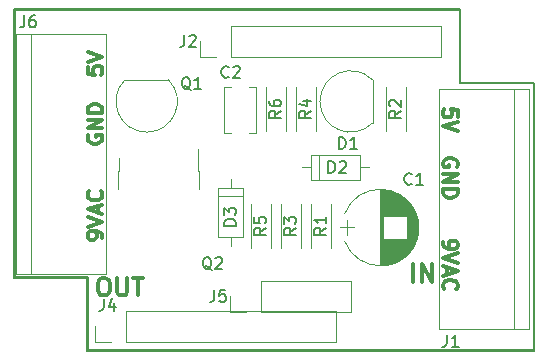
<source format=gto>
G04 #@! TF.FileFunction,Legend,Top*
%FSLAX46Y46*%
G04 Gerber Fmt 4.6, Leading zero omitted, Abs format (unit mm)*
G04 Created by KiCad (PCBNEW 4.0.7) date 08/08/18 22:55:19*
%MOMM*%
%LPD*%
G01*
G04 APERTURE LIST*
%ADD10C,0.100000*%
%ADD11C,0.150000*%
%ADD12C,0.300000*%
%ADD13C,0.120000*%
G04 APERTURE END LIST*
D10*
D11*
X140462000Y-106299000D02*
X140462000Y-83693000D01*
X146685000Y-106299000D02*
X140462000Y-106299000D01*
X146685000Y-112522000D02*
X146685000Y-106299000D01*
X184404000Y-112522000D02*
X146685000Y-112522000D01*
X184404000Y-89916000D02*
X184404000Y-112522000D01*
X178181000Y-89916000D02*
X184404000Y-89916000D01*
X178181000Y-83693000D02*
X178181000Y-89916000D01*
X140462000Y-83693000D02*
X178181000Y-83693000D01*
D12*
X147885476Y-103026524D02*
X147885476Y-102788429D01*
X147825952Y-102669381D01*
X147766429Y-102609857D01*
X147587857Y-102490810D01*
X147349762Y-102431286D01*
X146873571Y-102431286D01*
X146754524Y-102490810D01*
X146695000Y-102550334D01*
X146635476Y-102669381D01*
X146635476Y-102907477D01*
X146695000Y-103026524D01*
X146754524Y-103086048D01*
X146873571Y-103145572D01*
X147171190Y-103145572D01*
X147290238Y-103086048D01*
X147349762Y-103026524D01*
X147409286Y-102907477D01*
X147409286Y-102669381D01*
X147349762Y-102550334D01*
X147290238Y-102490810D01*
X147171190Y-102431286D01*
X146635476Y-102074143D02*
X147885476Y-101657477D01*
X146635476Y-101240810D01*
X147528333Y-100883667D02*
X147528333Y-100288429D01*
X147885476Y-101002714D02*
X146635476Y-100586048D01*
X147885476Y-100169381D01*
X147766429Y-99038428D02*
X147825952Y-99097952D01*
X147885476Y-99276523D01*
X147885476Y-99395571D01*
X147825952Y-99574143D01*
X147706905Y-99693190D01*
X147587857Y-99752714D01*
X147349762Y-99812238D01*
X147171190Y-99812238D01*
X146933095Y-99752714D01*
X146814048Y-99693190D01*
X146695000Y-99574143D01*
X146635476Y-99395571D01*
X146635476Y-99276523D01*
X146695000Y-99097952D01*
X146754524Y-99038428D01*
X146695000Y-94297381D02*
X146635476Y-94416429D01*
X146635476Y-94595000D01*
X146695000Y-94773572D01*
X146814048Y-94892619D01*
X146933095Y-94952143D01*
X147171190Y-95011667D01*
X147349762Y-95011667D01*
X147587857Y-94952143D01*
X147706905Y-94892619D01*
X147825952Y-94773572D01*
X147885476Y-94595000D01*
X147885476Y-94475952D01*
X147825952Y-94297381D01*
X147766429Y-94237857D01*
X147349762Y-94237857D01*
X147349762Y-94475952D01*
X147885476Y-93702143D02*
X146635476Y-93702143D01*
X147885476Y-92987857D01*
X146635476Y-92987857D01*
X147885476Y-92392619D02*
X146635476Y-92392619D01*
X146635476Y-92095000D01*
X146695000Y-91916428D01*
X146814048Y-91797381D01*
X146933095Y-91737857D01*
X147171190Y-91678333D01*
X147349762Y-91678333D01*
X147587857Y-91737857D01*
X147706905Y-91797381D01*
X147825952Y-91916428D01*
X147885476Y-92095000D01*
X147885476Y-92392619D01*
X146635476Y-88503095D02*
X146635476Y-89098333D01*
X147230714Y-89157857D01*
X147171190Y-89098333D01*
X147111667Y-88979285D01*
X147111667Y-88681666D01*
X147171190Y-88562619D01*
X147230714Y-88503095D01*
X147349762Y-88443571D01*
X147647381Y-88443571D01*
X147766429Y-88503095D01*
X147825952Y-88562619D01*
X147885476Y-88681666D01*
X147885476Y-88979285D01*
X147825952Y-89098333D01*
X147766429Y-89157857D01*
X146635476Y-88086428D02*
X147885476Y-87669762D01*
X146635476Y-87253095D01*
X147852000Y-106366571D02*
X148137714Y-106366571D01*
X148280572Y-106438000D01*
X148423429Y-106580857D01*
X148494857Y-106866571D01*
X148494857Y-107366571D01*
X148423429Y-107652286D01*
X148280572Y-107795143D01*
X148137714Y-107866571D01*
X147852000Y-107866571D01*
X147709143Y-107795143D01*
X147566286Y-107652286D01*
X147494857Y-107366571D01*
X147494857Y-106866571D01*
X147566286Y-106580857D01*
X147709143Y-106438000D01*
X147852000Y-106366571D01*
X149137715Y-106366571D02*
X149137715Y-107580857D01*
X149209143Y-107723714D01*
X149280572Y-107795143D01*
X149423429Y-107866571D01*
X149709143Y-107866571D01*
X149852001Y-107795143D01*
X149923429Y-107723714D01*
X149994858Y-107580857D01*
X149994858Y-106366571D01*
X150494858Y-106366571D02*
X151352001Y-106366571D01*
X150923430Y-107866571D02*
X150923430Y-106366571D01*
X174220286Y-106723571D02*
X174220286Y-105223571D01*
X174934572Y-106723571D02*
X174934572Y-105223571D01*
X175791715Y-106723571D01*
X175791715Y-105223571D01*
X176726524Y-103348476D02*
X176726524Y-103586571D01*
X176786048Y-103705619D01*
X176845571Y-103765143D01*
X177024143Y-103884190D01*
X177262238Y-103943714D01*
X177738429Y-103943714D01*
X177857476Y-103884190D01*
X177917000Y-103824666D01*
X177976524Y-103705619D01*
X177976524Y-103467523D01*
X177917000Y-103348476D01*
X177857476Y-103288952D01*
X177738429Y-103229428D01*
X177440810Y-103229428D01*
X177321762Y-103288952D01*
X177262238Y-103348476D01*
X177202714Y-103467523D01*
X177202714Y-103705619D01*
X177262238Y-103824666D01*
X177321762Y-103884190D01*
X177440810Y-103943714D01*
X177976524Y-104300857D02*
X176726524Y-104717523D01*
X177976524Y-105134190D01*
X177083667Y-105491333D02*
X177083667Y-106086571D01*
X176726524Y-105372286D02*
X177976524Y-105788952D01*
X176726524Y-106205619D01*
X176845571Y-107336572D02*
X176786048Y-107277048D01*
X176726524Y-107098477D01*
X176726524Y-106979429D01*
X176786048Y-106800857D01*
X176905095Y-106681810D01*
X177024143Y-106622286D01*
X177262238Y-106562762D01*
X177440810Y-106562762D01*
X177678905Y-106622286D01*
X177797952Y-106681810D01*
X177917000Y-106800857D01*
X177976524Y-106979429D01*
X177976524Y-107098477D01*
X177917000Y-107277048D01*
X177857476Y-107336572D01*
X177917000Y-96964619D02*
X177976524Y-96845571D01*
X177976524Y-96667000D01*
X177917000Y-96488428D01*
X177797952Y-96369381D01*
X177678905Y-96309857D01*
X177440810Y-96250333D01*
X177262238Y-96250333D01*
X177024143Y-96309857D01*
X176905095Y-96369381D01*
X176786048Y-96488428D01*
X176726524Y-96667000D01*
X176726524Y-96786048D01*
X176786048Y-96964619D01*
X176845571Y-97024143D01*
X177262238Y-97024143D01*
X177262238Y-96786048D01*
X176726524Y-97559857D02*
X177976524Y-97559857D01*
X176726524Y-98274143D01*
X177976524Y-98274143D01*
X176726524Y-98869381D02*
X177976524Y-98869381D01*
X177976524Y-99167000D01*
X177917000Y-99345572D01*
X177797952Y-99464619D01*
X177678905Y-99524143D01*
X177440810Y-99583667D01*
X177262238Y-99583667D01*
X177024143Y-99524143D01*
X176905095Y-99464619D01*
X176786048Y-99345572D01*
X176726524Y-99167000D01*
X176726524Y-98869381D01*
X177976524Y-92725905D02*
X177976524Y-92130667D01*
X177381286Y-92071143D01*
X177440810Y-92130667D01*
X177500333Y-92249715D01*
X177500333Y-92547334D01*
X177440810Y-92666381D01*
X177381286Y-92725905D01*
X177262238Y-92785429D01*
X176964619Y-92785429D01*
X176845571Y-92725905D01*
X176786048Y-92666381D01*
X176726524Y-92547334D01*
X176726524Y-92249715D01*
X176786048Y-92130667D01*
X176845571Y-92071143D01*
X177976524Y-93142572D02*
X176726524Y-93559238D01*
X177976524Y-93975905D01*
D13*
X174447820Y-100928864D02*
G75*
G03X168412518Y-100928000I-3017820J-1179136D01*
G01*
X174447820Y-103287136D02*
G75*
G02X168412518Y-103288000I-3017820J1179136D01*
G01*
X174447820Y-103287136D02*
G75*
G03X174447482Y-100928000I-3017820J1179136D01*
G01*
X171430000Y-98908000D02*
X171430000Y-105308000D01*
X171470000Y-98908000D02*
X171470000Y-105308000D01*
X171510000Y-98908000D02*
X171510000Y-105308000D01*
X171550000Y-98910000D02*
X171550000Y-105306000D01*
X171590000Y-98911000D02*
X171590000Y-105305000D01*
X171630000Y-98914000D02*
X171630000Y-105302000D01*
X171670000Y-98916000D02*
X171670000Y-105300000D01*
X171710000Y-98920000D02*
X171710000Y-101128000D01*
X171710000Y-103088000D02*
X171710000Y-105296000D01*
X171750000Y-98923000D02*
X171750000Y-101128000D01*
X171750000Y-103088000D02*
X171750000Y-105293000D01*
X171790000Y-98928000D02*
X171790000Y-101128000D01*
X171790000Y-103088000D02*
X171790000Y-105288000D01*
X171830000Y-98932000D02*
X171830000Y-101128000D01*
X171830000Y-103088000D02*
X171830000Y-105284000D01*
X171870000Y-98938000D02*
X171870000Y-101128000D01*
X171870000Y-103088000D02*
X171870000Y-105278000D01*
X171910000Y-98943000D02*
X171910000Y-101128000D01*
X171910000Y-103088000D02*
X171910000Y-105273000D01*
X171950000Y-98950000D02*
X171950000Y-101128000D01*
X171950000Y-103088000D02*
X171950000Y-105266000D01*
X171990000Y-98956000D02*
X171990000Y-101128000D01*
X171990000Y-103088000D02*
X171990000Y-105260000D01*
X172030000Y-98964000D02*
X172030000Y-101128000D01*
X172030000Y-103088000D02*
X172030000Y-105252000D01*
X172070000Y-98971000D02*
X172070000Y-101128000D01*
X172070000Y-103088000D02*
X172070000Y-105245000D01*
X172110000Y-98980000D02*
X172110000Y-101128000D01*
X172110000Y-103088000D02*
X172110000Y-105236000D01*
X172151000Y-98989000D02*
X172151000Y-101128000D01*
X172151000Y-103088000D02*
X172151000Y-105227000D01*
X172191000Y-98998000D02*
X172191000Y-101128000D01*
X172191000Y-103088000D02*
X172191000Y-105218000D01*
X172231000Y-99008000D02*
X172231000Y-101128000D01*
X172231000Y-103088000D02*
X172231000Y-105208000D01*
X172271000Y-99018000D02*
X172271000Y-101128000D01*
X172271000Y-103088000D02*
X172271000Y-105198000D01*
X172311000Y-99029000D02*
X172311000Y-101128000D01*
X172311000Y-103088000D02*
X172311000Y-105187000D01*
X172351000Y-99041000D02*
X172351000Y-101128000D01*
X172351000Y-103088000D02*
X172351000Y-105175000D01*
X172391000Y-99053000D02*
X172391000Y-101128000D01*
X172391000Y-103088000D02*
X172391000Y-105163000D01*
X172431000Y-99066000D02*
X172431000Y-101128000D01*
X172431000Y-103088000D02*
X172431000Y-105150000D01*
X172471000Y-99079000D02*
X172471000Y-101128000D01*
X172471000Y-103088000D02*
X172471000Y-105137000D01*
X172511000Y-99093000D02*
X172511000Y-101128000D01*
X172511000Y-103088000D02*
X172511000Y-105123000D01*
X172551000Y-99107000D02*
X172551000Y-101128000D01*
X172551000Y-103088000D02*
X172551000Y-105109000D01*
X172591000Y-99122000D02*
X172591000Y-101128000D01*
X172591000Y-103088000D02*
X172591000Y-105094000D01*
X172631000Y-99138000D02*
X172631000Y-101128000D01*
X172631000Y-103088000D02*
X172631000Y-105078000D01*
X172671000Y-99154000D02*
X172671000Y-101128000D01*
X172671000Y-103088000D02*
X172671000Y-105062000D01*
X172711000Y-99171000D02*
X172711000Y-101128000D01*
X172711000Y-103088000D02*
X172711000Y-105045000D01*
X172751000Y-99189000D02*
X172751000Y-101128000D01*
X172751000Y-103088000D02*
X172751000Y-105027000D01*
X172791000Y-99207000D02*
X172791000Y-101128000D01*
X172791000Y-103088000D02*
X172791000Y-105009000D01*
X172831000Y-99226000D02*
X172831000Y-101128000D01*
X172831000Y-103088000D02*
X172831000Y-104990000D01*
X172871000Y-99245000D02*
X172871000Y-101128000D01*
X172871000Y-103088000D02*
X172871000Y-104971000D01*
X172911000Y-99265000D02*
X172911000Y-101128000D01*
X172911000Y-103088000D02*
X172911000Y-104951000D01*
X172951000Y-99286000D02*
X172951000Y-101128000D01*
X172951000Y-103088000D02*
X172951000Y-104930000D01*
X172991000Y-99308000D02*
X172991000Y-101128000D01*
X172991000Y-103088000D02*
X172991000Y-104908000D01*
X173031000Y-99330000D02*
X173031000Y-101128000D01*
X173031000Y-103088000D02*
X173031000Y-104886000D01*
X173071000Y-99353000D02*
X173071000Y-101128000D01*
X173071000Y-103088000D02*
X173071000Y-104863000D01*
X173111000Y-99377000D02*
X173111000Y-101128000D01*
X173111000Y-103088000D02*
X173111000Y-104839000D01*
X173151000Y-99402000D02*
X173151000Y-101128000D01*
X173151000Y-103088000D02*
X173151000Y-104814000D01*
X173191000Y-99427000D02*
X173191000Y-101128000D01*
X173191000Y-103088000D02*
X173191000Y-104789000D01*
X173231000Y-99454000D02*
X173231000Y-101128000D01*
X173231000Y-103088000D02*
X173231000Y-104762000D01*
X173271000Y-99481000D02*
X173271000Y-101128000D01*
X173271000Y-103088000D02*
X173271000Y-104735000D01*
X173311000Y-99509000D02*
X173311000Y-101128000D01*
X173311000Y-103088000D02*
X173311000Y-104707000D01*
X173351000Y-99538000D02*
X173351000Y-101128000D01*
X173351000Y-103088000D02*
X173351000Y-104678000D01*
X173391000Y-99568000D02*
X173391000Y-101128000D01*
X173391000Y-103088000D02*
X173391000Y-104648000D01*
X173431000Y-99598000D02*
X173431000Y-101128000D01*
X173431000Y-103088000D02*
X173431000Y-104618000D01*
X173471000Y-99630000D02*
X173471000Y-101128000D01*
X173471000Y-103088000D02*
X173471000Y-104586000D01*
X173511000Y-99663000D02*
X173511000Y-101128000D01*
X173511000Y-103088000D02*
X173511000Y-104553000D01*
X173551000Y-99697000D02*
X173551000Y-101128000D01*
X173551000Y-103088000D02*
X173551000Y-104519000D01*
X173591000Y-99733000D02*
X173591000Y-101128000D01*
X173591000Y-103088000D02*
X173591000Y-104483000D01*
X173631000Y-99769000D02*
X173631000Y-101128000D01*
X173631000Y-103088000D02*
X173631000Y-104447000D01*
X173671000Y-99807000D02*
X173671000Y-104409000D01*
X173711000Y-99846000D02*
X173711000Y-104370000D01*
X173751000Y-99886000D02*
X173751000Y-104330000D01*
X173791000Y-99928000D02*
X173791000Y-104288000D01*
X173831000Y-99971000D02*
X173831000Y-104245000D01*
X173871000Y-100016000D02*
X173871000Y-104200000D01*
X173911000Y-100063000D02*
X173911000Y-104153000D01*
X173951000Y-100111000D02*
X173951000Y-104105000D01*
X173991000Y-100162000D02*
X173991000Y-104054000D01*
X174031000Y-100214000D02*
X174031000Y-104002000D01*
X174071000Y-100269000D02*
X174071000Y-103947000D01*
X174111000Y-100327000D02*
X174111000Y-103889000D01*
X174151000Y-100387000D02*
X174151000Y-103829000D01*
X174191000Y-100450000D02*
X174191000Y-103766000D01*
X174231000Y-100517000D02*
X174231000Y-103699000D01*
X174271000Y-100588000D02*
X174271000Y-103628000D01*
X174311000Y-100663000D02*
X174311000Y-103553000D01*
X174351000Y-100744000D02*
X174351000Y-103472000D01*
X174391000Y-100830000D02*
X174391000Y-103386000D01*
X174431000Y-100924000D02*
X174431000Y-103292000D01*
X174471000Y-101027000D02*
X174471000Y-103189000D01*
X174511000Y-101142000D02*
X174511000Y-103074000D01*
X174551000Y-101274000D02*
X174551000Y-102942000D01*
X174591000Y-101432000D02*
X174591000Y-102784000D01*
X174631000Y-101640000D02*
X174631000Y-102576000D01*
X167980000Y-102108000D02*
X169180000Y-102108000D01*
X168580000Y-101458000D02*
X168580000Y-102758000D01*
X153438000Y-89590000D02*
X149838000Y-89590000D01*
X153476478Y-89601522D02*
G75*
G02X151638000Y-94040000I-1838478J-1838478D01*
G01*
X149799522Y-89601522D02*
G75*
G03X151638000Y-94040000I1838478J-1838478D01*
G01*
X148209000Y-85725000D02*
X140589000Y-85725000D01*
X140589000Y-106045000D02*
X148209000Y-106045000D01*
X141859000Y-106045000D02*
X141859000Y-85725000D01*
X148209000Y-85725000D02*
X148209000Y-106045000D01*
X140589000Y-85725000D02*
X140589000Y-106045000D01*
X160872000Y-90222000D02*
X160872000Y-94142000D01*
X158152000Y-90222000D02*
X158152000Y-94142000D01*
X160872000Y-90222000D02*
X160262000Y-90222000D01*
X158762000Y-90222000D02*
X158152000Y-90222000D01*
X160872000Y-94142000D02*
X160262000Y-94142000D01*
X158762000Y-94142000D02*
X158152000Y-94142000D01*
X165580000Y-95968000D02*
X165580000Y-98088000D01*
X165580000Y-98088000D02*
X169700000Y-98088000D01*
X169700000Y-98088000D02*
X169700000Y-95968000D01*
X169700000Y-95968000D02*
X165580000Y-95968000D01*
X164810000Y-97028000D02*
X165580000Y-97028000D01*
X170470000Y-97028000D02*
X169700000Y-97028000D01*
X166240000Y-95968000D02*
X166240000Y-98088000D01*
X159810000Y-98778000D02*
X157690000Y-98778000D01*
X157690000Y-98778000D02*
X157690000Y-102898000D01*
X157690000Y-102898000D02*
X159810000Y-102898000D01*
X159810000Y-102898000D02*
X159810000Y-98778000D01*
X158750000Y-98008000D02*
X158750000Y-98778000D01*
X158750000Y-103668000D02*
X158750000Y-102898000D01*
X159810000Y-99438000D02*
X157690000Y-99438000D01*
X176403000Y-110744000D02*
X184023000Y-110744000D01*
X184023000Y-90424000D02*
X176403000Y-90424000D01*
X182753000Y-90424000D02*
X182753000Y-110744000D01*
X176403000Y-110744000D02*
X176403000Y-90424000D01*
X184023000Y-110744000D02*
X184023000Y-90424000D01*
X170760000Y-93240000D02*
X170760000Y-89640000D01*
X170748478Y-93278478D02*
G75*
G02X166310000Y-91440000I-1838478J1838478D01*
G01*
X170748478Y-89601522D02*
G75*
G03X166310000Y-91440000I-1838478J-1838478D01*
G01*
X156090000Y-98840000D02*
X156090000Y-97340000D01*
X156090000Y-97340000D02*
X155990000Y-97340000D01*
X155990000Y-97340000D02*
X155990000Y-95440000D01*
X149190000Y-98840000D02*
X149190000Y-97340000D01*
X149190000Y-97340000D02*
X149290000Y-97340000D01*
X149290000Y-97340000D02*
X149290000Y-96240000D01*
X176590000Y-87690000D02*
X176590000Y-85030000D01*
X158750000Y-87690000D02*
X176590000Y-87690000D01*
X158750000Y-85030000D02*
X176590000Y-85030000D01*
X158750000Y-87690000D02*
X158750000Y-85030000D01*
X157480000Y-87690000D02*
X156150000Y-87690000D01*
X156150000Y-87690000D02*
X156150000Y-86360000D01*
X167700000Y-111820000D02*
X167700000Y-109160000D01*
X149860000Y-111820000D02*
X167700000Y-111820000D01*
X149860000Y-109160000D02*
X167700000Y-109160000D01*
X149860000Y-111820000D02*
X149860000Y-109160000D01*
X148590000Y-111820000D02*
X147260000Y-111820000D01*
X147260000Y-111820000D02*
X147260000Y-110490000D01*
X168970000Y-109280000D02*
X168970000Y-106620000D01*
X161290000Y-109280000D02*
X168970000Y-109280000D01*
X161290000Y-106620000D02*
X168970000Y-106620000D01*
X161290000Y-109280000D02*
X161290000Y-106620000D01*
X160020000Y-109280000D02*
X158690000Y-109280000D01*
X158690000Y-109280000D02*
X158690000Y-107950000D01*
D11*
X178181000Y-89852500D02*
X184404000Y-89852500D01*
X178181000Y-83629500D02*
X178181000Y-89852500D01*
X146621500Y-106362500D02*
X146621500Y-112585500D01*
X140462000Y-106362500D02*
X146621500Y-106362500D01*
X140400000Y-83610000D02*
X140400000Y-106360000D01*
X140400000Y-83610000D02*
X178150000Y-83610000D01*
X146650000Y-112610000D02*
X184400000Y-112610000D01*
X184400000Y-89860000D02*
X184400000Y-112610000D01*
D13*
X165510000Y-103841000D02*
X165510000Y-100121000D01*
X167230000Y-103841000D02*
X167230000Y-100121000D01*
X171860000Y-93935000D02*
X171860000Y-90215000D01*
X173580000Y-93935000D02*
X173580000Y-90215000D01*
X162970000Y-103841000D02*
X162970000Y-100121000D01*
X164690000Y-103841000D02*
X164690000Y-100121000D01*
X164240000Y-93935000D02*
X164240000Y-90215000D01*
X165960000Y-93935000D02*
X165960000Y-90215000D01*
X160430000Y-103841000D02*
X160430000Y-100121000D01*
X162150000Y-103841000D02*
X162150000Y-100121000D01*
X161700000Y-93935000D02*
X161700000Y-90215000D01*
X163420000Y-93935000D02*
X163420000Y-90215000D01*
D11*
X174077334Y-98401143D02*
X174029715Y-98448762D01*
X173886858Y-98496381D01*
X173791620Y-98496381D01*
X173648762Y-98448762D01*
X173553524Y-98353524D01*
X173505905Y-98258286D01*
X173458286Y-98067810D01*
X173458286Y-97924952D01*
X173505905Y-97734476D01*
X173553524Y-97639238D01*
X173648762Y-97544000D01*
X173791620Y-97496381D01*
X173886858Y-97496381D01*
X174029715Y-97544000D01*
X174077334Y-97591619D01*
X175029715Y-98496381D02*
X174458286Y-98496381D01*
X174744000Y-98496381D02*
X174744000Y-97496381D01*
X174648762Y-97639238D01*
X174553524Y-97734476D01*
X174458286Y-97782095D01*
X155352762Y-90463619D02*
X155257524Y-90416000D01*
X155162286Y-90320762D01*
X155019429Y-90177905D01*
X154924190Y-90130286D01*
X154828952Y-90130286D01*
X154876571Y-90368381D02*
X154781333Y-90320762D01*
X154686095Y-90225524D01*
X154638476Y-90035048D01*
X154638476Y-89701714D01*
X154686095Y-89511238D01*
X154781333Y-89416000D01*
X154876571Y-89368381D01*
X155067048Y-89368381D01*
X155162286Y-89416000D01*
X155257524Y-89511238D01*
X155305143Y-89701714D01*
X155305143Y-90035048D01*
X155257524Y-90225524D01*
X155162286Y-90320762D01*
X155067048Y-90368381D01*
X154876571Y-90368381D01*
X156257524Y-90368381D02*
X155686095Y-90368381D01*
X155971809Y-90368381D02*
X155971809Y-89368381D01*
X155876571Y-89511238D01*
X155781333Y-89606476D01*
X155686095Y-89654095D01*
X141271667Y-84161381D02*
X141271667Y-84875667D01*
X141224047Y-85018524D01*
X141128809Y-85113762D01*
X140985952Y-85161381D01*
X140890714Y-85161381D01*
X142176429Y-84161381D02*
X141985952Y-84161381D01*
X141890714Y-84209000D01*
X141843095Y-84256619D01*
X141747857Y-84399476D01*
X141700238Y-84589952D01*
X141700238Y-84970905D01*
X141747857Y-85066143D01*
X141795476Y-85113762D01*
X141890714Y-85161381D01*
X142081191Y-85161381D01*
X142176429Y-85113762D01*
X142224048Y-85066143D01*
X142271667Y-84970905D01*
X142271667Y-84732810D01*
X142224048Y-84637571D01*
X142176429Y-84589952D01*
X142081191Y-84542333D01*
X141890714Y-84542333D01*
X141795476Y-84589952D01*
X141747857Y-84637571D01*
X141700238Y-84732810D01*
X158583334Y-89344143D02*
X158535715Y-89391762D01*
X158392858Y-89439381D01*
X158297620Y-89439381D01*
X158154762Y-89391762D01*
X158059524Y-89296524D01*
X158011905Y-89201286D01*
X157964286Y-89010810D01*
X157964286Y-88867952D01*
X158011905Y-88677476D01*
X158059524Y-88582238D01*
X158154762Y-88487000D01*
X158297620Y-88439381D01*
X158392858Y-88439381D01*
X158535715Y-88487000D01*
X158583334Y-88534619D01*
X158964286Y-88534619D02*
X159011905Y-88487000D01*
X159107143Y-88439381D01*
X159345239Y-88439381D01*
X159440477Y-88487000D01*
X159488096Y-88534619D01*
X159535715Y-88629857D01*
X159535715Y-88725095D01*
X159488096Y-88867952D01*
X158916667Y-89439381D01*
X159535715Y-89439381D01*
X167028905Y-97480381D02*
X167028905Y-96480381D01*
X167267000Y-96480381D01*
X167409858Y-96528000D01*
X167505096Y-96623238D01*
X167552715Y-96718476D01*
X167600334Y-96908952D01*
X167600334Y-97051810D01*
X167552715Y-97242286D01*
X167505096Y-97337524D01*
X167409858Y-97432762D01*
X167267000Y-97480381D01*
X167028905Y-97480381D01*
X167981286Y-96575619D02*
X168028905Y-96528000D01*
X168124143Y-96480381D01*
X168362239Y-96480381D01*
X168457477Y-96528000D01*
X168505096Y-96575619D01*
X168552715Y-96670857D01*
X168552715Y-96766095D01*
X168505096Y-96908952D01*
X167933667Y-97480381D01*
X168552715Y-97480381D01*
X159202381Y-101957095D02*
X158202381Y-101957095D01*
X158202381Y-101719000D01*
X158250000Y-101576142D01*
X158345238Y-101480904D01*
X158440476Y-101433285D01*
X158630952Y-101385666D01*
X158773810Y-101385666D01*
X158964286Y-101433285D01*
X159059524Y-101480904D01*
X159154762Y-101576142D01*
X159202381Y-101719000D01*
X159202381Y-101957095D01*
X158202381Y-101052333D02*
X158202381Y-100433285D01*
X158583333Y-100766619D01*
X158583333Y-100623761D01*
X158630952Y-100528523D01*
X158678571Y-100480904D01*
X158773810Y-100433285D01*
X159011905Y-100433285D01*
X159107143Y-100480904D01*
X159154762Y-100528523D01*
X159202381Y-100623761D01*
X159202381Y-100909476D01*
X159154762Y-101004714D01*
X159107143Y-101052333D01*
X177057727Y-111212381D02*
X177057727Y-111926667D01*
X177010107Y-112069524D01*
X176914869Y-112164762D01*
X176772012Y-112212381D01*
X176676774Y-112212381D01*
X178057727Y-112212381D02*
X177486298Y-112212381D01*
X177772012Y-112212381D02*
X177772012Y-111212381D01*
X177676774Y-111355238D01*
X177581536Y-111450476D01*
X177486298Y-111498095D01*
X167917905Y-95448381D02*
X167917905Y-94448381D01*
X168156000Y-94448381D01*
X168298858Y-94496000D01*
X168394096Y-94591238D01*
X168441715Y-94686476D01*
X168489334Y-94876952D01*
X168489334Y-95019810D01*
X168441715Y-95210286D01*
X168394096Y-95305524D01*
X168298858Y-95400762D01*
X168156000Y-95448381D01*
X167917905Y-95448381D01*
X169441715Y-95448381D02*
X168870286Y-95448381D01*
X169156000Y-95448381D02*
X169156000Y-94448381D01*
X169060762Y-94591238D01*
X168965524Y-94686476D01*
X168870286Y-94734095D01*
X157130762Y-105709619D02*
X157035524Y-105662000D01*
X156940286Y-105566762D01*
X156797429Y-105423905D01*
X156702190Y-105376286D01*
X156606952Y-105376286D01*
X156654571Y-105614381D02*
X156559333Y-105566762D01*
X156464095Y-105471524D01*
X156416476Y-105281048D01*
X156416476Y-104947714D01*
X156464095Y-104757238D01*
X156559333Y-104662000D01*
X156654571Y-104614381D01*
X156845048Y-104614381D01*
X156940286Y-104662000D01*
X157035524Y-104757238D01*
X157083143Y-104947714D01*
X157083143Y-105281048D01*
X157035524Y-105471524D01*
X156940286Y-105566762D01*
X156845048Y-105614381D01*
X156654571Y-105614381D01*
X157464095Y-104709619D02*
X157511714Y-104662000D01*
X157606952Y-104614381D01*
X157845048Y-104614381D01*
X157940286Y-104662000D01*
X157987905Y-104709619D01*
X158035524Y-104804857D01*
X158035524Y-104900095D01*
X157987905Y-105042952D01*
X157416476Y-105614381D01*
X158035524Y-105614381D01*
X154816667Y-85812381D02*
X154816667Y-86526667D01*
X154769047Y-86669524D01*
X154673809Y-86764762D01*
X154530952Y-86812381D01*
X154435714Y-86812381D01*
X155245238Y-85907619D02*
X155292857Y-85860000D01*
X155388095Y-85812381D01*
X155626191Y-85812381D01*
X155721429Y-85860000D01*
X155769048Y-85907619D01*
X155816667Y-86002857D01*
X155816667Y-86098095D01*
X155769048Y-86240952D01*
X155197619Y-86812381D01*
X155816667Y-86812381D01*
X148002667Y-108164381D02*
X148002667Y-108878667D01*
X147955047Y-109021524D01*
X147859809Y-109116762D01*
X147716952Y-109164381D01*
X147621714Y-109164381D01*
X148907429Y-108497714D02*
X148907429Y-109164381D01*
X148669333Y-108116762D02*
X148431238Y-108831048D01*
X149050286Y-108831048D01*
X157356667Y-107402381D02*
X157356667Y-108116667D01*
X157309047Y-108259524D01*
X157213809Y-108354762D01*
X157070952Y-108402381D01*
X156975714Y-108402381D01*
X158309048Y-107402381D02*
X157832857Y-107402381D01*
X157785238Y-107878571D01*
X157832857Y-107830952D01*
X157928095Y-107783333D01*
X158166191Y-107783333D01*
X158261429Y-107830952D01*
X158309048Y-107878571D01*
X158356667Y-107973810D01*
X158356667Y-108211905D01*
X158309048Y-108307143D01*
X158261429Y-108354762D01*
X158166191Y-108402381D01*
X157928095Y-108402381D01*
X157832857Y-108354762D01*
X157785238Y-108307143D01*
X166822381Y-102147666D02*
X166346190Y-102481000D01*
X166822381Y-102719095D02*
X165822381Y-102719095D01*
X165822381Y-102338142D01*
X165870000Y-102242904D01*
X165917619Y-102195285D01*
X166012857Y-102147666D01*
X166155714Y-102147666D01*
X166250952Y-102195285D01*
X166298571Y-102242904D01*
X166346190Y-102338142D01*
X166346190Y-102719095D01*
X166822381Y-101195285D02*
X166822381Y-101766714D01*
X166822381Y-101481000D02*
X165822381Y-101481000D01*
X165965238Y-101576238D01*
X166060476Y-101671476D01*
X166108095Y-101766714D01*
X173172381Y-92241666D02*
X172696190Y-92575000D01*
X173172381Y-92813095D02*
X172172381Y-92813095D01*
X172172381Y-92432142D01*
X172220000Y-92336904D01*
X172267619Y-92289285D01*
X172362857Y-92241666D01*
X172505714Y-92241666D01*
X172600952Y-92289285D01*
X172648571Y-92336904D01*
X172696190Y-92432142D01*
X172696190Y-92813095D01*
X172267619Y-91860714D02*
X172220000Y-91813095D01*
X172172381Y-91717857D01*
X172172381Y-91479761D01*
X172220000Y-91384523D01*
X172267619Y-91336904D01*
X172362857Y-91289285D01*
X172458095Y-91289285D01*
X172600952Y-91336904D01*
X173172381Y-91908333D01*
X173172381Y-91289285D01*
X164282381Y-102147666D02*
X163806190Y-102481000D01*
X164282381Y-102719095D02*
X163282381Y-102719095D01*
X163282381Y-102338142D01*
X163330000Y-102242904D01*
X163377619Y-102195285D01*
X163472857Y-102147666D01*
X163615714Y-102147666D01*
X163710952Y-102195285D01*
X163758571Y-102242904D01*
X163806190Y-102338142D01*
X163806190Y-102719095D01*
X163282381Y-101814333D02*
X163282381Y-101195285D01*
X163663333Y-101528619D01*
X163663333Y-101385761D01*
X163710952Y-101290523D01*
X163758571Y-101242904D01*
X163853810Y-101195285D01*
X164091905Y-101195285D01*
X164187143Y-101242904D01*
X164234762Y-101290523D01*
X164282381Y-101385761D01*
X164282381Y-101671476D01*
X164234762Y-101766714D01*
X164187143Y-101814333D01*
X165552381Y-92241666D02*
X165076190Y-92575000D01*
X165552381Y-92813095D02*
X164552381Y-92813095D01*
X164552381Y-92432142D01*
X164600000Y-92336904D01*
X164647619Y-92289285D01*
X164742857Y-92241666D01*
X164885714Y-92241666D01*
X164980952Y-92289285D01*
X165028571Y-92336904D01*
X165076190Y-92432142D01*
X165076190Y-92813095D01*
X164885714Y-91384523D02*
X165552381Y-91384523D01*
X164504762Y-91622619D02*
X165219048Y-91860714D01*
X165219048Y-91241666D01*
X161742381Y-102147666D02*
X161266190Y-102481000D01*
X161742381Y-102719095D02*
X160742381Y-102719095D01*
X160742381Y-102338142D01*
X160790000Y-102242904D01*
X160837619Y-102195285D01*
X160932857Y-102147666D01*
X161075714Y-102147666D01*
X161170952Y-102195285D01*
X161218571Y-102242904D01*
X161266190Y-102338142D01*
X161266190Y-102719095D01*
X160742381Y-101242904D02*
X160742381Y-101719095D01*
X161218571Y-101766714D01*
X161170952Y-101719095D01*
X161123333Y-101623857D01*
X161123333Y-101385761D01*
X161170952Y-101290523D01*
X161218571Y-101242904D01*
X161313810Y-101195285D01*
X161551905Y-101195285D01*
X161647143Y-101242904D01*
X161694762Y-101290523D01*
X161742381Y-101385761D01*
X161742381Y-101623857D01*
X161694762Y-101719095D01*
X161647143Y-101766714D01*
X163012381Y-92241666D02*
X162536190Y-92575000D01*
X163012381Y-92813095D02*
X162012381Y-92813095D01*
X162012381Y-92432142D01*
X162060000Y-92336904D01*
X162107619Y-92289285D01*
X162202857Y-92241666D01*
X162345714Y-92241666D01*
X162440952Y-92289285D01*
X162488571Y-92336904D01*
X162536190Y-92432142D01*
X162536190Y-92813095D01*
X162012381Y-91384523D02*
X162012381Y-91575000D01*
X162060000Y-91670238D01*
X162107619Y-91717857D01*
X162250476Y-91813095D01*
X162440952Y-91860714D01*
X162821905Y-91860714D01*
X162917143Y-91813095D01*
X162964762Y-91765476D01*
X163012381Y-91670238D01*
X163012381Y-91479761D01*
X162964762Y-91384523D01*
X162917143Y-91336904D01*
X162821905Y-91289285D01*
X162583810Y-91289285D01*
X162488571Y-91336904D01*
X162440952Y-91384523D01*
X162393333Y-91479761D01*
X162393333Y-91670238D01*
X162440952Y-91765476D01*
X162488571Y-91813095D01*
X162583810Y-91860714D01*
M02*

</source>
